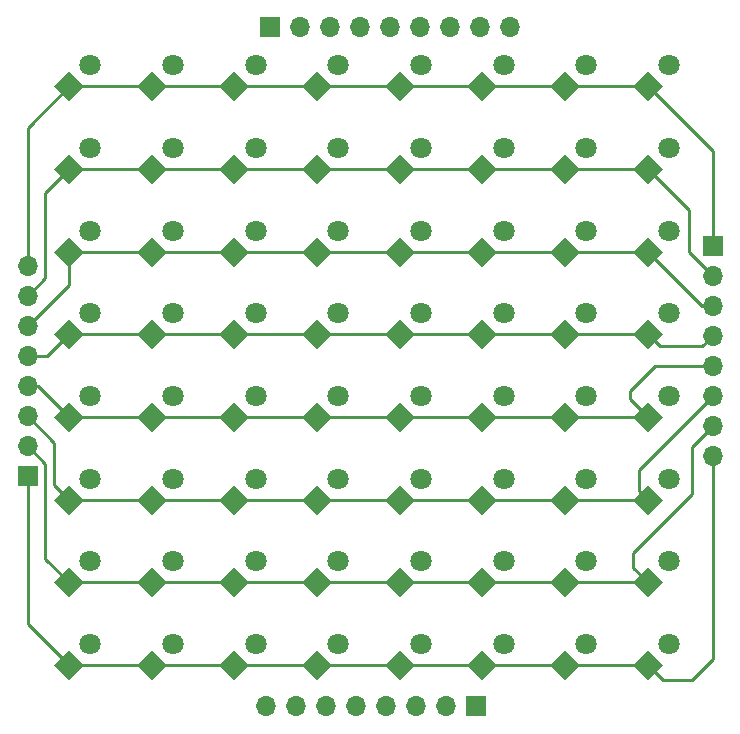
<source format=gbr>
%TF.GenerationSoftware,KiCad,Pcbnew,(5.1.6)-1*%
%TF.CreationDate,2020-05-26T21:01:59-04:00*%
%TF.ProjectId,ArduinoLife2_Display,41726475-696e-46f4-9c69-6665325f4469,rev?*%
%TF.SameCoordinates,Original*%
%TF.FileFunction,Copper,L2,Bot*%
%TF.FilePolarity,Positive*%
%FSLAX46Y46*%
G04 Gerber Fmt 4.6, Leading zero omitted, Abs format (unit mm)*
G04 Created by KiCad (PCBNEW (5.1.6)-1) date 2020-05-26 21:01:59*
%MOMM*%
%LPD*%
G01*
G04 APERTURE LIST*
%TA.AperFunction,ComponentPad*%
%ADD10O,1.700000X1.700000*%
%TD*%
%TA.AperFunction,ComponentPad*%
%ADD11R,1.700000X1.700000*%
%TD*%
%TA.AperFunction,ComponentPad*%
%ADD12C,0.100000*%
%TD*%
%TA.AperFunction,ComponentPad*%
%ADD13C,1.800000*%
%TD*%
%TA.AperFunction,Conductor*%
%ADD14C,0.250000*%
%TD*%
G04 APERTURE END LIST*
D10*
%TO.P,J1,9*%
%TO.N,N/C*%
X141320000Y-77000000D03*
%TO.P,J1,8*%
%TO.N,/C7*%
X138780000Y-77000000D03*
%TO.P,J1,7*%
%TO.N,/C6*%
X136240000Y-77000000D03*
%TO.P,J1,6*%
%TO.N,/C5*%
X133700000Y-77000000D03*
%TO.P,J1,5*%
%TO.N,/C4*%
X131160000Y-77000000D03*
%TO.P,J1,4*%
%TO.N,/C3*%
X128620000Y-77000000D03*
%TO.P,J1,3*%
%TO.N,/C2*%
X126080000Y-77000000D03*
%TO.P,J1,2*%
%TO.N,/C1*%
X123540000Y-77000000D03*
D11*
%TO.P,J1,1*%
%TO.N,/C0*%
X121000000Y-77000000D03*
%TD*%
%TA.AperFunction,ComponentPad*%
D12*
%TO.P,D1,1*%
%TO.N,/R0*%
G36*
X104000000Y-83272792D02*
G01*
X102727208Y-82000000D01*
X104000000Y-80727208D01*
X105272792Y-82000000D01*
X104000000Y-83272792D01*
G37*
%TD.AperFunction*%
D13*
%TO.P,D1,2*%
%TO.N,/C0*%
X105796051Y-80203949D03*
%TD*%
%TO.P,D2,2*%
%TO.N,/C1*%
X112796051Y-80203949D03*
%TA.AperFunction,ComponentPad*%
D12*
%TO.P,D2,1*%
%TO.N,/R0*%
G36*
X111000000Y-83272792D02*
G01*
X109727208Y-82000000D01*
X111000000Y-80727208D01*
X112272792Y-82000000D01*
X111000000Y-83272792D01*
G37*
%TD.AperFunction*%
%TD*%
%TA.AperFunction,ComponentPad*%
%TO.P,D3,1*%
%TO.N,/R0*%
G36*
X118000000Y-83272792D02*
G01*
X116727208Y-82000000D01*
X118000000Y-80727208D01*
X119272792Y-82000000D01*
X118000000Y-83272792D01*
G37*
%TD.AperFunction*%
D13*
%TO.P,D3,2*%
%TO.N,/C2*%
X119796051Y-80203949D03*
%TD*%
%TO.P,D4,2*%
%TO.N,/C3*%
X126796051Y-80203949D03*
%TA.AperFunction,ComponentPad*%
D12*
%TO.P,D4,1*%
%TO.N,/R0*%
G36*
X125000000Y-83272792D02*
G01*
X123727208Y-82000000D01*
X125000000Y-80727208D01*
X126272792Y-82000000D01*
X125000000Y-83272792D01*
G37*
%TD.AperFunction*%
%TD*%
D13*
%TO.P,D5,2*%
%TO.N,/C4*%
X133796051Y-80203949D03*
%TA.AperFunction,ComponentPad*%
D12*
%TO.P,D5,1*%
%TO.N,/R0*%
G36*
X132000000Y-83272792D02*
G01*
X130727208Y-82000000D01*
X132000000Y-80727208D01*
X133272792Y-82000000D01*
X132000000Y-83272792D01*
G37*
%TD.AperFunction*%
%TD*%
%TA.AperFunction,ComponentPad*%
%TO.P,D6,1*%
%TO.N,/R0*%
G36*
X139000000Y-83272792D02*
G01*
X137727208Y-82000000D01*
X139000000Y-80727208D01*
X140272792Y-82000000D01*
X139000000Y-83272792D01*
G37*
%TD.AperFunction*%
D13*
%TO.P,D6,2*%
%TO.N,/C5*%
X140796051Y-80203949D03*
%TD*%
%TA.AperFunction,ComponentPad*%
D12*
%TO.P,D7,1*%
%TO.N,/R0*%
G36*
X146000000Y-83272792D02*
G01*
X144727208Y-82000000D01*
X146000000Y-80727208D01*
X147272792Y-82000000D01*
X146000000Y-83272792D01*
G37*
%TD.AperFunction*%
D13*
%TO.P,D7,2*%
%TO.N,/C6*%
X147796051Y-80203949D03*
%TD*%
%TO.P,D8,2*%
%TO.N,/C7*%
X154796051Y-80203949D03*
%TA.AperFunction,ComponentPad*%
D12*
%TO.P,D8,1*%
%TO.N,/R0*%
G36*
X153000000Y-83272792D02*
G01*
X151727208Y-82000000D01*
X153000000Y-80727208D01*
X154272792Y-82000000D01*
X153000000Y-83272792D01*
G37*
%TD.AperFunction*%
%TD*%
%TA.AperFunction,ComponentPad*%
%TO.P,D9,1*%
%TO.N,/R1*%
G36*
X104000000Y-90272792D02*
G01*
X102727208Y-89000000D01*
X104000000Y-87727208D01*
X105272792Y-89000000D01*
X104000000Y-90272792D01*
G37*
%TD.AperFunction*%
D13*
%TO.P,D9,2*%
%TO.N,/C0*%
X105796051Y-87203949D03*
%TD*%
%TO.P,D10,2*%
%TO.N,/C1*%
X112796051Y-87203949D03*
%TA.AperFunction,ComponentPad*%
D12*
%TO.P,D10,1*%
%TO.N,/R1*%
G36*
X111000000Y-90272792D02*
G01*
X109727208Y-89000000D01*
X111000000Y-87727208D01*
X112272792Y-89000000D01*
X111000000Y-90272792D01*
G37*
%TD.AperFunction*%
%TD*%
%TA.AperFunction,ComponentPad*%
%TO.P,D11,1*%
%TO.N,/R1*%
G36*
X118000000Y-90272792D02*
G01*
X116727208Y-89000000D01*
X118000000Y-87727208D01*
X119272792Y-89000000D01*
X118000000Y-90272792D01*
G37*
%TD.AperFunction*%
D13*
%TO.P,D11,2*%
%TO.N,/C2*%
X119796051Y-87203949D03*
%TD*%
%TO.P,D12,2*%
%TO.N,/C3*%
X126796051Y-87203949D03*
%TA.AperFunction,ComponentPad*%
D12*
%TO.P,D12,1*%
%TO.N,/R1*%
G36*
X125000000Y-90272792D02*
G01*
X123727208Y-89000000D01*
X125000000Y-87727208D01*
X126272792Y-89000000D01*
X125000000Y-90272792D01*
G37*
%TD.AperFunction*%
%TD*%
%TA.AperFunction,ComponentPad*%
%TO.P,D13,1*%
%TO.N,/R1*%
G36*
X132000000Y-90272792D02*
G01*
X130727208Y-89000000D01*
X132000000Y-87727208D01*
X133272792Y-89000000D01*
X132000000Y-90272792D01*
G37*
%TD.AperFunction*%
D13*
%TO.P,D13,2*%
%TO.N,/C4*%
X133796051Y-87203949D03*
%TD*%
%TO.P,D14,2*%
%TO.N,/C5*%
X140796051Y-87203949D03*
%TA.AperFunction,ComponentPad*%
D12*
%TO.P,D14,1*%
%TO.N,/R1*%
G36*
X139000000Y-90272792D02*
G01*
X137727208Y-89000000D01*
X139000000Y-87727208D01*
X140272792Y-89000000D01*
X139000000Y-90272792D01*
G37*
%TD.AperFunction*%
%TD*%
%TA.AperFunction,ComponentPad*%
%TO.P,D15,1*%
%TO.N,/R1*%
G36*
X146000000Y-90272792D02*
G01*
X144727208Y-89000000D01*
X146000000Y-87727208D01*
X147272792Y-89000000D01*
X146000000Y-90272792D01*
G37*
%TD.AperFunction*%
D13*
%TO.P,D15,2*%
%TO.N,/C6*%
X147796051Y-87203949D03*
%TD*%
%TO.P,D16,2*%
%TO.N,/C7*%
X154796051Y-87203949D03*
%TA.AperFunction,ComponentPad*%
D12*
%TO.P,D16,1*%
%TO.N,/R1*%
G36*
X153000000Y-90272792D02*
G01*
X151727208Y-89000000D01*
X153000000Y-87727208D01*
X154272792Y-89000000D01*
X153000000Y-90272792D01*
G37*
%TD.AperFunction*%
%TD*%
%TA.AperFunction,ComponentPad*%
%TO.P,D17,1*%
%TO.N,/R2*%
G36*
X104000000Y-97272792D02*
G01*
X102727208Y-96000000D01*
X104000000Y-94727208D01*
X105272792Y-96000000D01*
X104000000Y-97272792D01*
G37*
%TD.AperFunction*%
D13*
%TO.P,D17,2*%
%TO.N,/C0*%
X105796051Y-94203949D03*
%TD*%
%TO.P,D18,2*%
%TO.N,/C1*%
X112796051Y-94203949D03*
%TA.AperFunction,ComponentPad*%
D12*
%TO.P,D18,1*%
%TO.N,/R2*%
G36*
X111000000Y-97272792D02*
G01*
X109727208Y-96000000D01*
X111000000Y-94727208D01*
X112272792Y-96000000D01*
X111000000Y-97272792D01*
G37*
%TD.AperFunction*%
%TD*%
%TA.AperFunction,ComponentPad*%
%TO.P,D19,1*%
%TO.N,/R2*%
G36*
X118000000Y-97272792D02*
G01*
X116727208Y-96000000D01*
X118000000Y-94727208D01*
X119272792Y-96000000D01*
X118000000Y-97272792D01*
G37*
%TD.AperFunction*%
D13*
%TO.P,D19,2*%
%TO.N,/C2*%
X119796051Y-94203949D03*
%TD*%
%TO.P,D20,2*%
%TO.N,/C3*%
X126796051Y-94203949D03*
%TA.AperFunction,ComponentPad*%
D12*
%TO.P,D20,1*%
%TO.N,/R2*%
G36*
X125000000Y-97272792D02*
G01*
X123727208Y-96000000D01*
X125000000Y-94727208D01*
X126272792Y-96000000D01*
X125000000Y-97272792D01*
G37*
%TD.AperFunction*%
%TD*%
D13*
%TO.P,D21,2*%
%TO.N,/C4*%
X133796051Y-94203949D03*
%TA.AperFunction,ComponentPad*%
D12*
%TO.P,D21,1*%
%TO.N,/R2*%
G36*
X132000000Y-97272792D02*
G01*
X130727208Y-96000000D01*
X132000000Y-94727208D01*
X133272792Y-96000000D01*
X132000000Y-97272792D01*
G37*
%TD.AperFunction*%
%TD*%
%TA.AperFunction,ComponentPad*%
%TO.P,D22,1*%
%TO.N,/R2*%
G36*
X139000000Y-97272792D02*
G01*
X137727208Y-96000000D01*
X139000000Y-94727208D01*
X140272792Y-96000000D01*
X139000000Y-97272792D01*
G37*
%TD.AperFunction*%
D13*
%TO.P,D22,2*%
%TO.N,/C5*%
X140796051Y-94203949D03*
%TD*%
%TA.AperFunction,ComponentPad*%
D12*
%TO.P,D23,1*%
%TO.N,/R2*%
G36*
X146000000Y-97272792D02*
G01*
X144727208Y-96000000D01*
X146000000Y-94727208D01*
X147272792Y-96000000D01*
X146000000Y-97272792D01*
G37*
%TD.AperFunction*%
D13*
%TO.P,D23,2*%
%TO.N,/C6*%
X147796051Y-94203949D03*
%TD*%
%TO.P,D24,2*%
%TO.N,/C7*%
X154796051Y-94203949D03*
%TA.AperFunction,ComponentPad*%
D12*
%TO.P,D24,1*%
%TO.N,/R2*%
G36*
X153000000Y-97272792D02*
G01*
X151727208Y-96000000D01*
X153000000Y-94727208D01*
X154272792Y-96000000D01*
X153000000Y-97272792D01*
G37*
%TD.AperFunction*%
%TD*%
%TA.AperFunction,ComponentPad*%
%TO.P,D25,1*%
%TO.N,/R3*%
G36*
X104000000Y-104272792D02*
G01*
X102727208Y-103000000D01*
X104000000Y-101727208D01*
X105272792Y-103000000D01*
X104000000Y-104272792D01*
G37*
%TD.AperFunction*%
D13*
%TO.P,D25,2*%
%TO.N,/C0*%
X105796051Y-101203949D03*
%TD*%
%TO.P,D26,2*%
%TO.N,/C1*%
X112796051Y-101203949D03*
%TA.AperFunction,ComponentPad*%
D12*
%TO.P,D26,1*%
%TO.N,/R3*%
G36*
X111000000Y-104272792D02*
G01*
X109727208Y-103000000D01*
X111000000Y-101727208D01*
X112272792Y-103000000D01*
X111000000Y-104272792D01*
G37*
%TD.AperFunction*%
%TD*%
%TA.AperFunction,ComponentPad*%
%TO.P,D27,1*%
%TO.N,/R3*%
G36*
X118000000Y-104272792D02*
G01*
X116727208Y-103000000D01*
X118000000Y-101727208D01*
X119272792Y-103000000D01*
X118000000Y-104272792D01*
G37*
%TD.AperFunction*%
D13*
%TO.P,D27,2*%
%TO.N,/C2*%
X119796051Y-101203949D03*
%TD*%
%TA.AperFunction,ComponentPad*%
D12*
%TO.P,D28,1*%
%TO.N,/R3*%
G36*
X125000000Y-104272792D02*
G01*
X123727208Y-103000000D01*
X125000000Y-101727208D01*
X126272792Y-103000000D01*
X125000000Y-104272792D01*
G37*
%TD.AperFunction*%
D13*
%TO.P,D28,2*%
%TO.N,/C3*%
X126796051Y-101203949D03*
%TD*%
%TA.AperFunction,ComponentPad*%
D12*
%TO.P,D29,1*%
%TO.N,/R3*%
G36*
X132000000Y-104272792D02*
G01*
X130727208Y-103000000D01*
X132000000Y-101727208D01*
X133272792Y-103000000D01*
X132000000Y-104272792D01*
G37*
%TD.AperFunction*%
D13*
%TO.P,D29,2*%
%TO.N,/C4*%
X133796051Y-101203949D03*
%TD*%
%TO.P,D30,2*%
%TO.N,/C5*%
X140796051Y-101203949D03*
%TA.AperFunction,ComponentPad*%
D12*
%TO.P,D30,1*%
%TO.N,/R3*%
G36*
X139000000Y-104272792D02*
G01*
X137727208Y-103000000D01*
X139000000Y-101727208D01*
X140272792Y-103000000D01*
X139000000Y-104272792D01*
G37*
%TD.AperFunction*%
%TD*%
%TA.AperFunction,ComponentPad*%
%TO.P,D31,1*%
%TO.N,/R3*%
G36*
X146000000Y-104272792D02*
G01*
X144727208Y-103000000D01*
X146000000Y-101727208D01*
X147272792Y-103000000D01*
X146000000Y-104272792D01*
G37*
%TD.AperFunction*%
D13*
%TO.P,D31,2*%
%TO.N,/C6*%
X147796051Y-101203949D03*
%TD*%
%TO.P,D32,2*%
%TO.N,/C7*%
X154796051Y-101203949D03*
%TA.AperFunction,ComponentPad*%
D12*
%TO.P,D32,1*%
%TO.N,/R3*%
G36*
X153000000Y-104272792D02*
G01*
X151727208Y-103000000D01*
X153000000Y-101727208D01*
X154272792Y-103000000D01*
X153000000Y-104272792D01*
G37*
%TD.AperFunction*%
%TD*%
%TA.AperFunction,ComponentPad*%
%TO.P,D33,1*%
%TO.N,/R4*%
G36*
X104000000Y-111272792D02*
G01*
X102727208Y-110000000D01*
X104000000Y-108727208D01*
X105272792Y-110000000D01*
X104000000Y-111272792D01*
G37*
%TD.AperFunction*%
D13*
%TO.P,D33,2*%
%TO.N,/C0*%
X105796051Y-108203949D03*
%TD*%
%TO.P,D34,2*%
%TO.N,/C1*%
X112796051Y-108203949D03*
%TA.AperFunction,ComponentPad*%
D12*
%TO.P,D34,1*%
%TO.N,/R4*%
G36*
X111000000Y-111272792D02*
G01*
X109727208Y-110000000D01*
X111000000Y-108727208D01*
X112272792Y-110000000D01*
X111000000Y-111272792D01*
G37*
%TD.AperFunction*%
%TD*%
%TA.AperFunction,ComponentPad*%
%TO.P,D35,1*%
%TO.N,/R4*%
G36*
X118000000Y-111272792D02*
G01*
X116727208Y-110000000D01*
X118000000Y-108727208D01*
X119272792Y-110000000D01*
X118000000Y-111272792D01*
G37*
%TD.AperFunction*%
D13*
%TO.P,D35,2*%
%TO.N,/C2*%
X119796051Y-108203949D03*
%TD*%
%TO.P,D36,2*%
%TO.N,/C3*%
X126796051Y-108203949D03*
%TA.AperFunction,ComponentPad*%
D12*
%TO.P,D36,1*%
%TO.N,/R4*%
G36*
X125000000Y-111272792D02*
G01*
X123727208Y-110000000D01*
X125000000Y-108727208D01*
X126272792Y-110000000D01*
X125000000Y-111272792D01*
G37*
%TD.AperFunction*%
%TD*%
D13*
%TO.P,D37,2*%
%TO.N,/C4*%
X133796051Y-108203949D03*
%TA.AperFunction,ComponentPad*%
D12*
%TO.P,D37,1*%
%TO.N,/R4*%
G36*
X132000000Y-111272792D02*
G01*
X130727208Y-110000000D01*
X132000000Y-108727208D01*
X133272792Y-110000000D01*
X132000000Y-111272792D01*
G37*
%TD.AperFunction*%
%TD*%
D13*
%TO.P,D38,2*%
%TO.N,/C5*%
X140796051Y-108203949D03*
%TA.AperFunction,ComponentPad*%
D12*
%TO.P,D38,1*%
%TO.N,/R4*%
G36*
X139000000Y-111272792D02*
G01*
X137727208Y-110000000D01*
X139000000Y-108727208D01*
X140272792Y-110000000D01*
X139000000Y-111272792D01*
G37*
%TD.AperFunction*%
%TD*%
%TA.AperFunction,ComponentPad*%
%TO.P,D39,1*%
%TO.N,/R4*%
G36*
X146000000Y-111272792D02*
G01*
X144727208Y-110000000D01*
X146000000Y-108727208D01*
X147272792Y-110000000D01*
X146000000Y-111272792D01*
G37*
%TD.AperFunction*%
D13*
%TO.P,D39,2*%
%TO.N,/C6*%
X147796051Y-108203949D03*
%TD*%
%TO.P,D40,2*%
%TO.N,/C7*%
X154796051Y-108203949D03*
%TA.AperFunction,ComponentPad*%
D12*
%TO.P,D40,1*%
%TO.N,/R4*%
G36*
X153000000Y-111272792D02*
G01*
X151727208Y-110000000D01*
X153000000Y-108727208D01*
X154272792Y-110000000D01*
X153000000Y-111272792D01*
G37*
%TD.AperFunction*%
%TD*%
%TA.AperFunction,ComponentPad*%
%TO.P,D41,1*%
%TO.N,/R5*%
G36*
X104000000Y-118272792D02*
G01*
X102727208Y-117000000D01*
X104000000Y-115727208D01*
X105272792Y-117000000D01*
X104000000Y-118272792D01*
G37*
%TD.AperFunction*%
D13*
%TO.P,D41,2*%
%TO.N,/C0*%
X105796051Y-115203949D03*
%TD*%
%TO.P,D42,2*%
%TO.N,/C1*%
X112796051Y-115203949D03*
%TA.AperFunction,ComponentPad*%
D12*
%TO.P,D42,1*%
%TO.N,/R5*%
G36*
X111000000Y-118272792D02*
G01*
X109727208Y-117000000D01*
X111000000Y-115727208D01*
X112272792Y-117000000D01*
X111000000Y-118272792D01*
G37*
%TD.AperFunction*%
%TD*%
%TA.AperFunction,ComponentPad*%
%TO.P,D43,1*%
%TO.N,/R5*%
G36*
X118000000Y-118272792D02*
G01*
X116727208Y-117000000D01*
X118000000Y-115727208D01*
X119272792Y-117000000D01*
X118000000Y-118272792D01*
G37*
%TD.AperFunction*%
D13*
%TO.P,D43,2*%
%TO.N,/C2*%
X119796051Y-115203949D03*
%TD*%
%TO.P,D44,2*%
%TO.N,/C3*%
X126796051Y-115203949D03*
%TA.AperFunction,ComponentPad*%
D12*
%TO.P,D44,1*%
%TO.N,/R5*%
G36*
X125000000Y-118272792D02*
G01*
X123727208Y-117000000D01*
X125000000Y-115727208D01*
X126272792Y-117000000D01*
X125000000Y-118272792D01*
G37*
%TD.AperFunction*%
%TD*%
%TA.AperFunction,ComponentPad*%
%TO.P,D45,1*%
%TO.N,/R5*%
G36*
X132000000Y-118272792D02*
G01*
X130727208Y-117000000D01*
X132000000Y-115727208D01*
X133272792Y-117000000D01*
X132000000Y-118272792D01*
G37*
%TD.AperFunction*%
D13*
%TO.P,D45,2*%
%TO.N,/C4*%
X133796051Y-115203949D03*
%TD*%
%TO.P,D46,2*%
%TO.N,/C5*%
X140796051Y-115203949D03*
%TA.AperFunction,ComponentPad*%
D12*
%TO.P,D46,1*%
%TO.N,/R5*%
G36*
X139000000Y-118272792D02*
G01*
X137727208Y-117000000D01*
X139000000Y-115727208D01*
X140272792Y-117000000D01*
X139000000Y-118272792D01*
G37*
%TD.AperFunction*%
%TD*%
%TA.AperFunction,ComponentPad*%
%TO.P,D47,1*%
%TO.N,/R5*%
G36*
X146000000Y-118272792D02*
G01*
X144727208Y-117000000D01*
X146000000Y-115727208D01*
X147272792Y-117000000D01*
X146000000Y-118272792D01*
G37*
%TD.AperFunction*%
D13*
%TO.P,D47,2*%
%TO.N,/C6*%
X147796051Y-115203949D03*
%TD*%
%TO.P,D48,2*%
%TO.N,/C7*%
X154796051Y-115203949D03*
%TA.AperFunction,ComponentPad*%
D12*
%TO.P,D48,1*%
%TO.N,/R5*%
G36*
X153000000Y-118272792D02*
G01*
X151727208Y-117000000D01*
X153000000Y-115727208D01*
X154272792Y-117000000D01*
X153000000Y-118272792D01*
G37*
%TD.AperFunction*%
%TD*%
%TA.AperFunction,ComponentPad*%
%TO.P,D49,1*%
%TO.N,/R6*%
G36*
X104000000Y-125272792D02*
G01*
X102727208Y-124000000D01*
X104000000Y-122727208D01*
X105272792Y-124000000D01*
X104000000Y-125272792D01*
G37*
%TD.AperFunction*%
D13*
%TO.P,D49,2*%
%TO.N,/C0*%
X105796051Y-122203949D03*
%TD*%
%TO.P,D50,2*%
%TO.N,/C1*%
X112796051Y-122203949D03*
%TA.AperFunction,ComponentPad*%
D12*
%TO.P,D50,1*%
%TO.N,/R6*%
G36*
X111000000Y-125272792D02*
G01*
X109727208Y-124000000D01*
X111000000Y-122727208D01*
X112272792Y-124000000D01*
X111000000Y-125272792D01*
G37*
%TD.AperFunction*%
%TD*%
%TA.AperFunction,ComponentPad*%
%TO.P,D51,1*%
%TO.N,/R6*%
G36*
X118000000Y-125272792D02*
G01*
X116727208Y-124000000D01*
X118000000Y-122727208D01*
X119272792Y-124000000D01*
X118000000Y-125272792D01*
G37*
%TD.AperFunction*%
D13*
%TO.P,D51,2*%
%TO.N,/C2*%
X119796051Y-122203949D03*
%TD*%
%TO.P,D52,2*%
%TO.N,/C3*%
X126796051Y-122203949D03*
%TA.AperFunction,ComponentPad*%
D12*
%TO.P,D52,1*%
%TO.N,/R6*%
G36*
X125000000Y-125272792D02*
G01*
X123727208Y-124000000D01*
X125000000Y-122727208D01*
X126272792Y-124000000D01*
X125000000Y-125272792D01*
G37*
%TD.AperFunction*%
%TD*%
%TA.AperFunction,ComponentPad*%
%TO.P,D53,1*%
%TO.N,/R6*%
G36*
X132000000Y-125272792D02*
G01*
X130727208Y-124000000D01*
X132000000Y-122727208D01*
X133272792Y-124000000D01*
X132000000Y-125272792D01*
G37*
%TD.AperFunction*%
D13*
%TO.P,D53,2*%
%TO.N,/C4*%
X133796051Y-122203949D03*
%TD*%
%TO.P,D54,2*%
%TO.N,/C5*%
X140796051Y-122203949D03*
%TA.AperFunction,ComponentPad*%
D12*
%TO.P,D54,1*%
%TO.N,/R6*%
G36*
X139000000Y-125272792D02*
G01*
X137727208Y-124000000D01*
X139000000Y-122727208D01*
X140272792Y-124000000D01*
X139000000Y-125272792D01*
G37*
%TD.AperFunction*%
%TD*%
%TA.AperFunction,ComponentPad*%
%TO.P,D55,1*%
%TO.N,/R6*%
G36*
X146000000Y-125272792D02*
G01*
X144727208Y-124000000D01*
X146000000Y-122727208D01*
X147272792Y-124000000D01*
X146000000Y-125272792D01*
G37*
%TD.AperFunction*%
D13*
%TO.P,D55,2*%
%TO.N,/C6*%
X147796051Y-122203949D03*
%TD*%
%TO.P,D56,2*%
%TO.N,/C7*%
X154796051Y-122203949D03*
%TA.AperFunction,ComponentPad*%
D12*
%TO.P,D56,1*%
%TO.N,/R6*%
G36*
X153000000Y-125272792D02*
G01*
X151727208Y-124000000D01*
X153000000Y-122727208D01*
X154272792Y-124000000D01*
X153000000Y-125272792D01*
G37*
%TD.AperFunction*%
%TD*%
%TA.AperFunction,ComponentPad*%
%TO.P,D57,1*%
%TO.N,/R7*%
G36*
X104000000Y-132272792D02*
G01*
X102727208Y-131000000D01*
X104000000Y-129727208D01*
X105272792Y-131000000D01*
X104000000Y-132272792D01*
G37*
%TD.AperFunction*%
D13*
%TO.P,D57,2*%
%TO.N,/C0*%
X105796051Y-129203949D03*
%TD*%
%TO.P,D58,2*%
%TO.N,/C1*%
X112796051Y-129203949D03*
%TA.AperFunction,ComponentPad*%
D12*
%TO.P,D58,1*%
%TO.N,/R7*%
G36*
X111000000Y-132272792D02*
G01*
X109727208Y-131000000D01*
X111000000Y-129727208D01*
X112272792Y-131000000D01*
X111000000Y-132272792D01*
G37*
%TD.AperFunction*%
%TD*%
%TA.AperFunction,ComponentPad*%
%TO.P,D59,1*%
%TO.N,/R7*%
G36*
X118000000Y-132272792D02*
G01*
X116727208Y-131000000D01*
X118000000Y-129727208D01*
X119272792Y-131000000D01*
X118000000Y-132272792D01*
G37*
%TD.AperFunction*%
D13*
%TO.P,D59,2*%
%TO.N,/C2*%
X119796051Y-129203949D03*
%TD*%
%TO.P,D60,2*%
%TO.N,/C3*%
X126796051Y-129203949D03*
%TA.AperFunction,ComponentPad*%
D12*
%TO.P,D60,1*%
%TO.N,/R7*%
G36*
X125000000Y-132272792D02*
G01*
X123727208Y-131000000D01*
X125000000Y-129727208D01*
X126272792Y-131000000D01*
X125000000Y-132272792D01*
G37*
%TD.AperFunction*%
%TD*%
%TA.AperFunction,ComponentPad*%
%TO.P,D61,1*%
%TO.N,/R7*%
G36*
X132000000Y-132272792D02*
G01*
X130727208Y-131000000D01*
X132000000Y-129727208D01*
X133272792Y-131000000D01*
X132000000Y-132272792D01*
G37*
%TD.AperFunction*%
D13*
%TO.P,D61,2*%
%TO.N,/C4*%
X133796051Y-129203949D03*
%TD*%
%TO.P,D62,2*%
%TO.N,/C5*%
X140796051Y-129203949D03*
%TA.AperFunction,ComponentPad*%
D12*
%TO.P,D62,1*%
%TO.N,/R7*%
G36*
X139000000Y-132272792D02*
G01*
X137727208Y-131000000D01*
X139000000Y-129727208D01*
X140272792Y-131000000D01*
X139000000Y-132272792D01*
G37*
%TD.AperFunction*%
%TD*%
%TA.AperFunction,ComponentPad*%
%TO.P,D63,1*%
%TO.N,/R7*%
G36*
X146000000Y-132272792D02*
G01*
X144727208Y-131000000D01*
X146000000Y-129727208D01*
X147272792Y-131000000D01*
X146000000Y-132272792D01*
G37*
%TD.AperFunction*%
D13*
%TO.P,D63,2*%
%TO.N,/C6*%
X147796051Y-129203949D03*
%TD*%
%TO.P,D64,2*%
%TO.N,/C7*%
X154796051Y-129203949D03*
%TA.AperFunction,ComponentPad*%
D12*
%TO.P,D64,1*%
%TO.N,/R7*%
G36*
X153000000Y-132272792D02*
G01*
X151727208Y-131000000D01*
X153000000Y-129727208D01*
X154272792Y-131000000D01*
X153000000Y-132272792D01*
G37*
%TD.AperFunction*%
%TD*%
D11*
%TO.P,J2,1*%
%TO.N,/R0*%
X158500000Y-95500000D03*
D10*
%TO.P,J2,2*%
%TO.N,/R1*%
X158500000Y-98040000D03*
%TO.P,J2,3*%
%TO.N,/R2*%
X158500000Y-100580000D03*
%TO.P,J2,4*%
%TO.N,/R3*%
X158500000Y-103120000D03*
%TO.P,J2,5*%
%TO.N,/R4*%
X158500000Y-105660000D03*
%TO.P,J2,6*%
%TO.N,/R5*%
X158500000Y-108200000D03*
%TO.P,J2,7*%
%TO.N,/R6*%
X158500000Y-110740000D03*
%TO.P,J2,8*%
%TO.N,/R7*%
X158500000Y-113280000D03*
%TD*%
%TO.P,J3,8*%
%TO.N,/R0*%
X100500000Y-97220000D03*
%TO.P,J3,7*%
%TO.N,/R1*%
X100500000Y-99760000D03*
%TO.P,J3,6*%
%TO.N,/R2*%
X100500000Y-102300000D03*
%TO.P,J3,5*%
%TO.N,/R3*%
X100500000Y-104840000D03*
%TO.P,J3,4*%
%TO.N,/R4*%
X100500000Y-107380000D03*
%TO.P,J3,3*%
%TO.N,/R5*%
X100500000Y-109920000D03*
%TO.P,J3,2*%
%TO.N,/R6*%
X100500000Y-112460000D03*
D11*
%TO.P,J3,1*%
%TO.N,/R7*%
X100500000Y-115000000D03*
%TD*%
D10*
%TO.P,J4,8*%
%TO.N,/C0*%
X120720000Y-134500000D03*
%TO.P,J4,7*%
%TO.N,/C1*%
X123260000Y-134500000D03*
%TO.P,J4,6*%
%TO.N,/C2*%
X125800000Y-134500000D03*
%TO.P,J4,5*%
%TO.N,/C3*%
X128340000Y-134500000D03*
%TO.P,J4,4*%
%TO.N,/C4*%
X130880000Y-134500000D03*
%TO.P,J4,3*%
%TO.N,/C5*%
X133420000Y-134500000D03*
%TO.P,J4,2*%
%TO.N,/C6*%
X135960000Y-134500000D03*
D11*
%TO.P,J4,1*%
%TO.N,/C7*%
X138500000Y-134500000D03*
%TD*%
D14*
%TO.N,/R0*%
X100500000Y-85500000D02*
X104000000Y-82000000D01*
X100500000Y-97220000D02*
X100500000Y-85500000D01*
X147813002Y-82000000D02*
X153000000Y-82000000D01*
X104000000Y-82000000D02*
X147813002Y-82000000D01*
X158500000Y-87500000D02*
X153000000Y-82000000D01*
X158500000Y-95500000D02*
X158500000Y-87500000D01*
%TO.N,/R1*%
X100500000Y-99760000D02*
X102000000Y-98260000D01*
X102000000Y-91000000D02*
X104000000Y-89000000D01*
X102000000Y-98260000D02*
X102000000Y-91000000D01*
X153000000Y-89000000D02*
X104000000Y-89000000D01*
X156500000Y-92500000D02*
X153000000Y-89000000D01*
X158500000Y-98040000D02*
X156500000Y-96040000D01*
X156500000Y-96040000D02*
X156500000Y-92500000D01*
%TO.N,/R2*%
X104000000Y-98800000D02*
X104000000Y-96000000D01*
X100500000Y-102300000D02*
X104000000Y-98800000D01*
X104000000Y-96000000D02*
X153000000Y-96000000D01*
X158500000Y-100580000D02*
X157580000Y-100580000D01*
X155250000Y-98250000D02*
X153000000Y-96000000D01*
X157580000Y-100580000D02*
X155250000Y-98250000D01*
%TO.N,/R3*%
X102160000Y-104840000D02*
X104000000Y-103000000D01*
X100500000Y-104840000D02*
X102160000Y-104840000D01*
X112779100Y-103000000D02*
X104000000Y-103000000D01*
X153000000Y-103000000D02*
X112779100Y-103000000D01*
X154000000Y-104000000D02*
X153000000Y-103000000D01*
X158500000Y-103120000D02*
X157620000Y-104000000D01*
X157620000Y-104000000D02*
X154000000Y-104000000D01*
%TO.N,/R4*%
X101380000Y-107380000D02*
X104000000Y-110000000D01*
X100500000Y-107380000D02*
X101380000Y-107380000D01*
X104000000Y-110000000D02*
X153000000Y-110000000D01*
X158500000Y-105660000D02*
X153590000Y-105660000D01*
X153590000Y-105660000D02*
X151500000Y-107750000D01*
X151500000Y-108500000D02*
X153000000Y-110000000D01*
X151500000Y-107750000D02*
X151500000Y-108500000D01*
%TO.N,/R5*%
X100500000Y-109920000D02*
X102750000Y-112170000D01*
X102750000Y-115750000D02*
X104000000Y-117000000D01*
X102750000Y-112170000D02*
X102750000Y-115750000D01*
X119779100Y-117000000D02*
X104000000Y-117000000D01*
X153000000Y-117000000D02*
X119779100Y-117000000D01*
X152250000Y-116250000D02*
X153000000Y-117000000D01*
X152250000Y-114500000D02*
X152250000Y-116250000D01*
X158500000Y-108200000D02*
X158500000Y-108250000D01*
X158500000Y-108250000D02*
X152250000Y-114500000D01*
%TO.N,/R6*%
X100500000Y-112460000D02*
X102000000Y-113960000D01*
X102000000Y-122000000D02*
X104000000Y-124000000D01*
X102000000Y-113960000D02*
X102000000Y-122000000D01*
X104000000Y-124000000D02*
X153000000Y-124000000D01*
X151750000Y-121500000D02*
X151750000Y-122750000D01*
X151750000Y-122750000D02*
X153000000Y-124000000D01*
X156750000Y-116500000D02*
X151750000Y-121500000D01*
X158500000Y-110740000D02*
X156750000Y-112490000D01*
X156750000Y-112490000D02*
X156750000Y-116500000D01*
%TO.N,/R7*%
X100500000Y-127500000D02*
X104000000Y-131000000D01*
X100500000Y-115000000D02*
X100500000Y-127500000D01*
X153000000Y-131000000D02*
X104000000Y-131000000D01*
X156750000Y-132250000D02*
X154250000Y-132250000D01*
X154250000Y-132250000D02*
X153000000Y-131000000D01*
X158500000Y-113280000D02*
X158500000Y-130500000D01*
X158500000Y-130500000D02*
X156750000Y-132250000D01*
%TD*%
M02*

</source>
